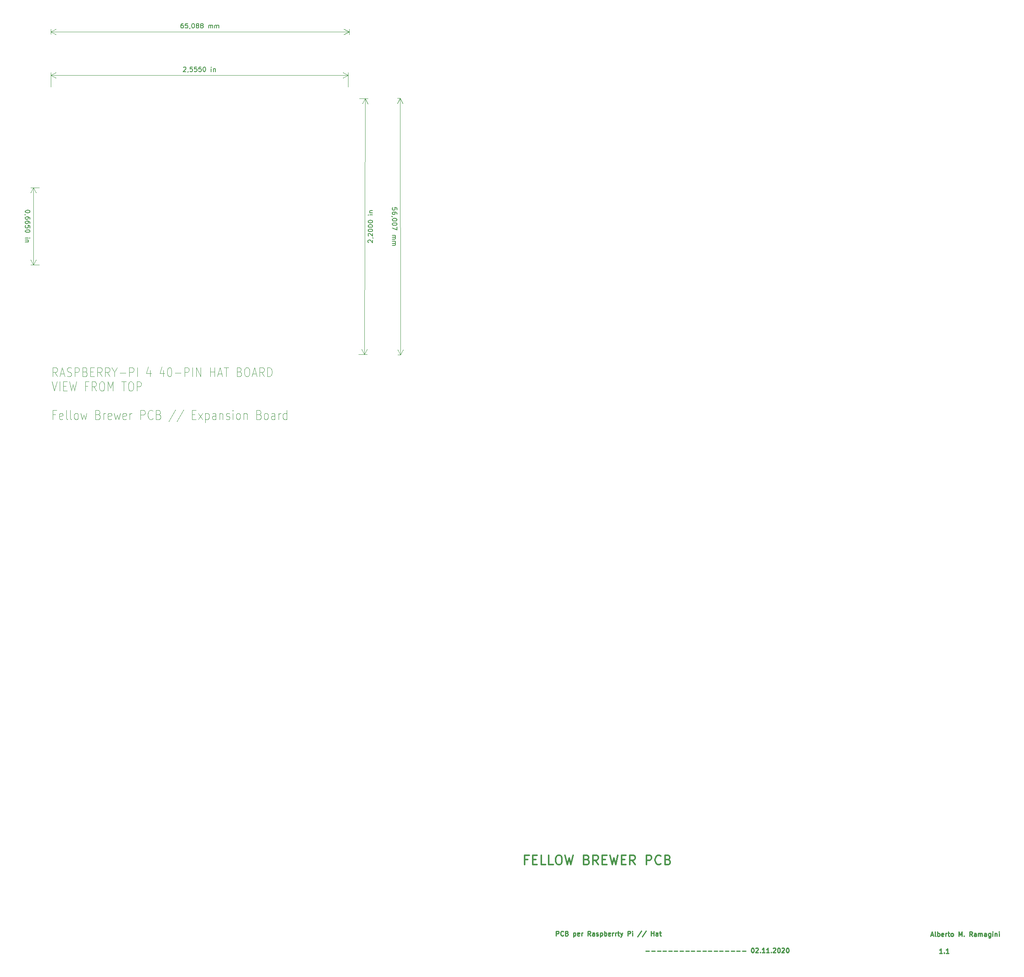
<source format=gbr>
G04 #@! TF.GenerationSoftware,KiCad,Pcbnew,(5.1.7)-1*
G04 #@! TF.CreationDate,2020-11-02T15:49:25+01:00*
G04 #@! TF.ProjectId,raspberrypi-gpio-40pin,72617370-6265-4727-9279-70692d677069,rev?*
G04 #@! TF.SameCoordinates,Original*
G04 #@! TF.FileFunction,OtherDrawing,Comment*
%FSLAX46Y46*%
G04 Gerber Fmt 4.6, Leading zero omitted, Abs format (unit mm)*
G04 Created by KiCad (PCBNEW (5.1.7)-1) date 2020-11-02 15:49:25*
%MOMM*%
%LPD*%
G01*
G04 APERTURE LIST*
%ADD10C,0.150000*%
%ADD11C,0.120000*%
%ADD12C,0.250000*%
%ADD13C,0.300000*%
G04 APERTURE END LIST*
D10*
X275532914Y-118442599D02*
X275531834Y-117966410D01*
X275055537Y-117919871D01*
X275103264Y-117967382D01*
X275151098Y-118062512D01*
X275151638Y-118300606D01*
X275104235Y-118395952D01*
X275056724Y-118443679D01*
X274961595Y-118491514D01*
X274723500Y-118492054D01*
X274628154Y-118444651D01*
X274580427Y-118397140D01*
X274532592Y-118302010D01*
X274532052Y-118063916D01*
X274579455Y-117968570D01*
X274626966Y-117920843D01*
X275534965Y-119347359D02*
X275534533Y-119156883D01*
X275486699Y-119061753D01*
X275438972Y-119014242D01*
X275295899Y-118919329D01*
X275105315Y-118872142D01*
X274724364Y-118873005D01*
X274629234Y-118920840D01*
X274581723Y-118968567D01*
X274534320Y-119063913D01*
X274534752Y-119254389D01*
X274582587Y-119349519D01*
X274630314Y-119397030D01*
X274725660Y-119444433D01*
X274963754Y-119443893D01*
X275058884Y-119396058D01*
X275106395Y-119348331D01*
X275153798Y-119252985D01*
X275153366Y-119062509D01*
X275105531Y-118967379D01*
X275057804Y-118919868D01*
X274962458Y-118872466D01*
X274583883Y-119920946D02*
X274536264Y-119921054D01*
X274440918Y-119873651D01*
X274393191Y-119826140D01*
X275537665Y-120537832D02*
X275537881Y-120633070D01*
X275490478Y-120728416D01*
X275442967Y-120776143D01*
X275347837Y-120823978D01*
X275157469Y-120872028D01*
X274919375Y-120872568D01*
X274728791Y-120825381D01*
X274633445Y-120777978D01*
X274585718Y-120730467D01*
X274537883Y-120635338D01*
X274537667Y-120540100D01*
X274585070Y-120444754D01*
X274632581Y-120397027D01*
X274727711Y-120349192D01*
X274918079Y-120301141D01*
X275156173Y-120300601D01*
X275346757Y-120347788D01*
X275442103Y-120395191D01*
X275489830Y-120442702D01*
X275537665Y-120537832D01*
X275539824Y-121490211D02*
X275540040Y-121585448D01*
X275492637Y-121680794D01*
X275445126Y-121728521D01*
X275349997Y-121776356D01*
X275159629Y-121824407D01*
X274921534Y-121824947D01*
X274730951Y-121777760D01*
X274635605Y-121730357D01*
X274587878Y-121682846D01*
X274540043Y-121587716D01*
X274539827Y-121492478D01*
X274587230Y-121397132D01*
X274634741Y-121349405D01*
X274729871Y-121301571D01*
X274920238Y-121253520D01*
X275158333Y-121252980D01*
X275348917Y-121300167D01*
X275444263Y-121347570D01*
X275491990Y-121395081D01*
X275539824Y-121490211D01*
X275541336Y-122156876D02*
X275542848Y-122823541D01*
X274541879Y-122397238D01*
X274545442Y-123968662D02*
X275212107Y-123967151D01*
X275116869Y-123967367D02*
X275164596Y-124014878D01*
X275212431Y-124110007D01*
X275212755Y-124252864D01*
X275165352Y-124348210D01*
X275070222Y-124396045D01*
X274546414Y-124397233D01*
X275070222Y-124396045D02*
X275165568Y-124443448D01*
X275213403Y-124538578D01*
X275213727Y-124681434D01*
X275166324Y-124776780D01*
X275071194Y-124824615D01*
X274547386Y-124825803D01*
X274548465Y-125301992D02*
X275215130Y-125300481D01*
X275119892Y-125300696D02*
X275167619Y-125348207D01*
X275215454Y-125443337D01*
X275215778Y-125586194D01*
X275168375Y-125681540D01*
X275073245Y-125729375D01*
X274549437Y-125730563D01*
X275073245Y-125729375D02*
X275168591Y-125776778D01*
X275216426Y-125871908D01*
X275216750Y-126014764D01*
X275169347Y-126110110D01*
X275074217Y-126157945D01*
X274550409Y-126159133D01*
D11*
X276200000Y-94056500D02*
X276327000Y-150063500D01*
X276200000Y-94056500D02*
X275613581Y-94057830D01*
X276327000Y-150063500D02*
X275740581Y-150064830D01*
X276327000Y-150063500D02*
X275738026Y-148938329D01*
X276327000Y-150063500D02*
X276910865Y-148935669D01*
X276200000Y-94056500D02*
X275616135Y-95184331D01*
X276200000Y-94056500D02*
X276788974Y-95181671D01*
D10*
X228879415Y-77725617D02*
X228688939Y-77725432D01*
X228593654Y-77772958D01*
X228545989Y-77820530D01*
X228450611Y-77963294D01*
X228402806Y-78153724D01*
X228402435Y-78534676D01*
X228449961Y-78629961D01*
X228497533Y-78677626D01*
X228592725Y-78725338D01*
X228783201Y-78725524D01*
X228878486Y-78677998D01*
X228926151Y-78630425D01*
X228973863Y-78535234D01*
X228974095Y-78297139D01*
X228926569Y-78201854D01*
X228878997Y-78154189D01*
X228783805Y-78106477D01*
X228593329Y-78106291D01*
X228498045Y-78153817D01*
X228450379Y-78201390D01*
X228402667Y-78296581D01*
X229879414Y-77726593D02*
X229403224Y-77726129D01*
X229355141Y-78202272D01*
X229402806Y-78154700D01*
X229498091Y-78107174D01*
X229736186Y-78107406D01*
X229831377Y-78155118D01*
X229878950Y-78202783D01*
X229926476Y-78298068D01*
X229926244Y-78536163D01*
X229878532Y-78631355D01*
X229830866Y-78678927D01*
X229735582Y-78726453D01*
X229497487Y-78726221D01*
X229402295Y-78678509D01*
X229354722Y-78630844D01*
X230402294Y-78679485D02*
X230402248Y-78727104D01*
X230354536Y-78822295D01*
X230306871Y-78869868D01*
X231022271Y-77727708D02*
X231117509Y-77727801D01*
X231212701Y-77775513D01*
X231260273Y-77823178D01*
X231307799Y-77918463D01*
X231355232Y-78108985D01*
X231355000Y-78347081D01*
X231307195Y-78537510D01*
X231259483Y-78632702D01*
X231211818Y-78680274D01*
X231116533Y-78727801D01*
X231021295Y-78727708D01*
X230926104Y-78679996D01*
X230878531Y-78632330D01*
X230831005Y-78537046D01*
X230783572Y-78346523D01*
X230783804Y-78108428D01*
X230831609Y-77917998D01*
X230879321Y-77822807D01*
X230926986Y-77775234D01*
X231022271Y-77727708D01*
X231926614Y-78157162D02*
X231831423Y-78109450D01*
X231783850Y-78061785D01*
X231736324Y-77966500D01*
X231736371Y-77918881D01*
X231784082Y-77823689D01*
X231831748Y-77776117D01*
X231927032Y-77728591D01*
X232117509Y-77728777D01*
X232212700Y-77776489D01*
X232260273Y-77824154D01*
X232307799Y-77919439D01*
X232307752Y-77967058D01*
X232260040Y-78062249D01*
X232212375Y-78109822D01*
X232117090Y-78157348D01*
X231926614Y-78157162D01*
X231831330Y-78204688D01*
X231783664Y-78252261D01*
X231735952Y-78347452D01*
X231735767Y-78537928D01*
X231783293Y-78633213D01*
X231830865Y-78680878D01*
X231926057Y-78728590D01*
X232116533Y-78728776D01*
X232211817Y-78681250D01*
X232259483Y-78633677D01*
X232307195Y-78538486D01*
X232307381Y-78348010D01*
X232259855Y-78252725D01*
X232212282Y-78205060D01*
X232117090Y-78157348D01*
X232878995Y-78158091D02*
X232783803Y-78110379D01*
X232736231Y-78062714D01*
X232688705Y-77967429D01*
X232688751Y-77919810D01*
X232736463Y-77824619D01*
X232784128Y-77777046D01*
X232879413Y-77729520D01*
X233069889Y-77729706D01*
X233165081Y-77777418D01*
X233212653Y-77825083D01*
X233260179Y-77920368D01*
X233260133Y-77967987D01*
X233212421Y-78063178D01*
X233164755Y-78110751D01*
X233069471Y-78158277D01*
X232878995Y-78158091D01*
X232783710Y-78205617D01*
X232736045Y-78253190D01*
X232688333Y-78348381D01*
X232688147Y-78538858D01*
X232735673Y-78634142D01*
X232783246Y-78681808D01*
X232878437Y-78729519D01*
X233068913Y-78729705D01*
X233164198Y-78682179D01*
X233211863Y-78634607D01*
X233259575Y-78539415D01*
X233259761Y-78348939D01*
X233212235Y-78253654D01*
X233164663Y-78205989D01*
X233069471Y-78158277D01*
X234449865Y-78731053D02*
X234450516Y-78064386D01*
X234450423Y-78159624D02*
X234498088Y-78112052D01*
X234593373Y-78064526D01*
X234736230Y-78064665D01*
X234831421Y-78112377D01*
X234878947Y-78207661D01*
X234878436Y-78731471D01*
X234878947Y-78207661D02*
X234926659Y-78112470D01*
X235021944Y-78064944D01*
X235164801Y-78065083D01*
X235259993Y-78112795D01*
X235307519Y-78208080D01*
X235307008Y-78731889D01*
X235783198Y-78732353D02*
X235783848Y-78065687D01*
X235783755Y-78160925D02*
X235831421Y-78113352D01*
X235926705Y-78065826D01*
X236069562Y-78065966D01*
X236164754Y-78113678D01*
X236212280Y-78208962D01*
X236211769Y-78732771D01*
X236212280Y-78208962D02*
X236259992Y-78113771D01*
X236355277Y-78066244D01*
X236498134Y-78066384D01*
X236593325Y-78114096D01*
X236640851Y-78209380D01*
X236640340Y-78733190D01*
D11*
X200000557Y-79515063D02*
X265088057Y-79578563D01*
X200000000Y-80086500D02*
X200001130Y-78928643D01*
X265087500Y-80150000D02*
X265088630Y-78992143D01*
X265088057Y-79578563D02*
X263960982Y-80163884D01*
X265088057Y-79578563D02*
X263962126Y-78991044D01*
X200000557Y-79515063D02*
X201126488Y-80102582D01*
X200000557Y-79515063D02*
X201127632Y-78929742D01*
D12*
X329843571Y-280246428D02*
X330605476Y-280246428D01*
X331081666Y-280246428D02*
X331843571Y-280246428D01*
X332319761Y-280246428D02*
X333081666Y-280246428D01*
X333557857Y-280246428D02*
X334319761Y-280246428D01*
X334795952Y-280246428D02*
X335557857Y-280246428D01*
X336034047Y-280246428D02*
X336795952Y-280246428D01*
X337272142Y-280246428D02*
X338034047Y-280246428D01*
X338510238Y-280246428D02*
X339272142Y-280246428D01*
X339748333Y-280246428D02*
X340510238Y-280246428D01*
X340986428Y-280246428D02*
X341748333Y-280246428D01*
X342224523Y-280246428D02*
X342986428Y-280246428D01*
X343462619Y-280246428D02*
X344224523Y-280246428D01*
X344700714Y-280246428D02*
X345462619Y-280246428D01*
X345938809Y-280246428D02*
X346700714Y-280246428D01*
X347176904Y-280246428D02*
X347938809Y-280246428D01*
X348415000Y-280246428D02*
X349176904Y-280246428D01*
X349653095Y-280246428D02*
X350415000Y-280246428D01*
X350891190Y-280246428D02*
X351653095Y-280246428D01*
X353081666Y-279627380D02*
X353176904Y-279627380D01*
X353272142Y-279675000D01*
X353319761Y-279722619D01*
X353367380Y-279817857D01*
X353415000Y-280008333D01*
X353415000Y-280246428D01*
X353367380Y-280436904D01*
X353319761Y-280532142D01*
X353272142Y-280579761D01*
X353176904Y-280627380D01*
X353081666Y-280627380D01*
X352986428Y-280579761D01*
X352938809Y-280532142D01*
X352891190Y-280436904D01*
X352843571Y-280246428D01*
X352843571Y-280008333D01*
X352891190Y-279817857D01*
X352938809Y-279722619D01*
X352986428Y-279675000D01*
X353081666Y-279627380D01*
X353795952Y-279722619D02*
X353843571Y-279675000D01*
X353938809Y-279627380D01*
X354176904Y-279627380D01*
X354272142Y-279675000D01*
X354319761Y-279722619D01*
X354367380Y-279817857D01*
X354367380Y-279913095D01*
X354319761Y-280055952D01*
X353748333Y-280627380D01*
X354367380Y-280627380D01*
X354795952Y-280532142D02*
X354843571Y-280579761D01*
X354795952Y-280627380D01*
X354748333Y-280579761D01*
X354795952Y-280532142D01*
X354795952Y-280627380D01*
X355795952Y-280627380D02*
X355224523Y-280627380D01*
X355510238Y-280627380D02*
X355510238Y-279627380D01*
X355415000Y-279770238D01*
X355319761Y-279865476D01*
X355224523Y-279913095D01*
X356748333Y-280627380D02*
X356176904Y-280627380D01*
X356462619Y-280627380D02*
X356462619Y-279627380D01*
X356367380Y-279770238D01*
X356272142Y-279865476D01*
X356176904Y-279913095D01*
X357176904Y-280532142D02*
X357224523Y-280579761D01*
X357176904Y-280627380D01*
X357129285Y-280579761D01*
X357176904Y-280532142D01*
X357176904Y-280627380D01*
X357605476Y-279722619D02*
X357653095Y-279675000D01*
X357748333Y-279627380D01*
X357986428Y-279627380D01*
X358081666Y-279675000D01*
X358129285Y-279722619D01*
X358176904Y-279817857D01*
X358176904Y-279913095D01*
X358129285Y-280055952D01*
X357557857Y-280627380D01*
X358176904Y-280627380D01*
X358795952Y-279627380D02*
X358891190Y-279627380D01*
X358986428Y-279675000D01*
X359034047Y-279722619D01*
X359081666Y-279817857D01*
X359129285Y-280008333D01*
X359129285Y-280246428D01*
X359081666Y-280436904D01*
X359034047Y-280532142D01*
X358986428Y-280579761D01*
X358891190Y-280627380D01*
X358795952Y-280627380D01*
X358700714Y-280579761D01*
X358653095Y-280532142D01*
X358605476Y-280436904D01*
X358557857Y-280246428D01*
X358557857Y-280008333D01*
X358605476Y-279817857D01*
X358653095Y-279722619D01*
X358700714Y-279675000D01*
X358795952Y-279627380D01*
X359510238Y-279722619D02*
X359557857Y-279675000D01*
X359653095Y-279627380D01*
X359891190Y-279627380D01*
X359986428Y-279675000D01*
X360034047Y-279722619D01*
X360081666Y-279817857D01*
X360081666Y-279913095D01*
X360034047Y-280055952D01*
X359462619Y-280627380D01*
X360081666Y-280627380D01*
X360700714Y-279627380D02*
X360795952Y-279627380D01*
X360891190Y-279675000D01*
X360938809Y-279722619D01*
X360986428Y-279817857D01*
X361034047Y-280008333D01*
X361034047Y-280246428D01*
X360986428Y-280436904D01*
X360938809Y-280532142D01*
X360891190Y-280579761D01*
X360795952Y-280627380D01*
X360700714Y-280627380D01*
X360605476Y-280579761D01*
X360557857Y-280532142D01*
X360510238Y-280436904D01*
X360462619Y-280246428D01*
X360462619Y-280008333D01*
X360510238Y-279817857D01*
X360557857Y-279722619D01*
X360605476Y-279675000D01*
X360700714Y-279627380D01*
X394516428Y-280754380D02*
X393945000Y-280754380D01*
X394230714Y-280754380D02*
X394230714Y-279754380D01*
X394135476Y-279897238D01*
X394040238Y-279992476D01*
X393945000Y-280040095D01*
X394945000Y-280659142D02*
X394992619Y-280706761D01*
X394945000Y-280754380D01*
X394897380Y-280706761D01*
X394945000Y-280659142D01*
X394945000Y-280754380D01*
X395945000Y-280754380D02*
X395373571Y-280754380D01*
X395659285Y-280754380D02*
X395659285Y-279754380D01*
X395564047Y-279897238D01*
X395468809Y-279992476D01*
X395373571Y-280040095D01*
X392064619Y-276785666D02*
X392540809Y-276785666D01*
X391969380Y-277071380D02*
X392302714Y-276071380D01*
X392636047Y-277071380D01*
X393112238Y-277071380D02*
X393017000Y-277023761D01*
X392969380Y-276928523D01*
X392969380Y-276071380D01*
X393493190Y-277071380D02*
X393493190Y-276071380D01*
X393493190Y-276452333D02*
X393588428Y-276404714D01*
X393778904Y-276404714D01*
X393874142Y-276452333D01*
X393921761Y-276499952D01*
X393969380Y-276595190D01*
X393969380Y-276880904D01*
X393921761Y-276976142D01*
X393874142Y-277023761D01*
X393778904Y-277071380D01*
X393588428Y-277071380D01*
X393493190Y-277023761D01*
X394778904Y-277023761D02*
X394683666Y-277071380D01*
X394493190Y-277071380D01*
X394397952Y-277023761D01*
X394350333Y-276928523D01*
X394350333Y-276547571D01*
X394397952Y-276452333D01*
X394493190Y-276404714D01*
X394683666Y-276404714D01*
X394778904Y-276452333D01*
X394826523Y-276547571D01*
X394826523Y-276642809D01*
X394350333Y-276738047D01*
X395255095Y-277071380D02*
X395255095Y-276404714D01*
X395255095Y-276595190D02*
X395302714Y-276499952D01*
X395350333Y-276452333D01*
X395445571Y-276404714D01*
X395540809Y-276404714D01*
X395731285Y-276404714D02*
X396112238Y-276404714D01*
X395874142Y-276071380D02*
X395874142Y-276928523D01*
X395921761Y-277023761D01*
X396017000Y-277071380D01*
X396112238Y-277071380D01*
X396588428Y-277071380D02*
X396493190Y-277023761D01*
X396445571Y-276976142D01*
X396397952Y-276880904D01*
X396397952Y-276595190D01*
X396445571Y-276499952D01*
X396493190Y-276452333D01*
X396588428Y-276404714D01*
X396731285Y-276404714D01*
X396826523Y-276452333D01*
X396874142Y-276499952D01*
X396921761Y-276595190D01*
X396921761Y-276880904D01*
X396874142Y-276976142D01*
X396826523Y-277023761D01*
X396731285Y-277071380D01*
X396588428Y-277071380D01*
X398112238Y-277071380D02*
X398112238Y-276071380D01*
X398445571Y-276785666D01*
X398778904Y-276071380D01*
X398778904Y-277071380D01*
X399255095Y-276976142D02*
X399302714Y-277023761D01*
X399255095Y-277071380D01*
X399207476Y-277023761D01*
X399255095Y-276976142D01*
X399255095Y-277071380D01*
X401064619Y-277071380D02*
X400731285Y-276595190D01*
X400493190Y-277071380D02*
X400493190Y-276071380D01*
X400874142Y-276071380D01*
X400969380Y-276119000D01*
X401017000Y-276166619D01*
X401064619Y-276261857D01*
X401064619Y-276404714D01*
X401017000Y-276499952D01*
X400969380Y-276547571D01*
X400874142Y-276595190D01*
X400493190Y-276595190D01*
X401921761Y-277071380D02*
X401921761Y-276547571D01*
X401874142Y-276452333D01*
X401778904Y-276404714D01*
X401588428Y-276404714D01*
X401493190Y-276452333D01*
X401921761Y-277023761D02*
X401826523Y-277071380D01*
X401588428Y-277071380D01*
X401493190Y-277023761D01*
X401445571Y-276928523D01*
X401445571Y-276833285D01*
X401493190Y-276738047D01*
X401588428Y-276690428D01*
X401826523Y-276690428D01*
X401921761Y-276642809D01*
X402397952Y-277071380D02*
X402397952Y-276404714D01*
X402397952Y-276499952D02*
X402445571Y-276452333D01*
X402540809Y-276404714D01*
X402683666Y-276404714D01*
X402778904Y-276452333D01*
X402826523Y-276547571D01*
X402826523Y-277071380D01*
X402826523Y-276547571D02*
X402874142Y-276452333D01*
X402969380Y-276404714D01*
X403112238Y-276404714D01*
X403207476Y-276452333D01*
X403255095Y-276547571D01*
X403255095Y-277071380D01*
X404159857Y-277071380D02*
X404159857Y-276547571D01*
X404112238Y-276452333D01*
X404017000Y-276404714D01*
X403826523Y-276404714D01*
X403731285Y-276452333D01*
X404159857Y-277023761D02*
X404064619Y-277071380D01*
X403826523Y-277071380D01*
X403731285Y-277023761D01*
X403683666Y-276928523D01*
X403683666Y-276833285D01*
X403731285Y-276738047D01*
X403826523Y-276690428D01*
X404064619Y-276690428D01*
X404159857Y-276642809D01*
X405064619Y-276404714D02*
X405064619Y-277214238D01*
X405017000Y-277309476D01*
X404969380Y-277357095D01*
X404874142Y-277404714D01*
X404731285Y-277404714D01*
X404636047Y-277357095D01*
X405064619Y-277023761D02*
X404969380Y-277071380D01*
X404778904Y-277071380D01*
X404683666Y-277023761D01*
X404636047Y-276976142D01*
X404588428Y-276880904D01*
X404588428Y-276595190D01*
X404636047Y-276499952D01*
X404683666Y-276452333D01*
X404778904Y-276404714D01*
X404969380Y-276404714D01*
X405064619Y-276452333D01*
X405540809Y-277071380D02*
X405540809Y-276404714D01*
X405540809Y-276071380D02*
X405493190Y-276119000D01*
X405540809Y-276166619D01*
X405588428Y-276119000D01*
X405540809Y-276071380D01*
X405540809Y-276166619D01*
X406017000Y-276404714D02*
X406017000Y-277071380D01*
X406017000Y-276499952D02*
X406064619Y-276452333D01*
X406159857Y-276404714D01*
X406302714Y-276404714D01*
X406397952Y-276452333D01*
X406445571Y-276547571D01*
X406445571Y-277071380D01*
X406921761Y-277071380D02*
X406921761Y-276404714D01*
X406921761Y-276071380D02*
X406874142Y-276119000D01*
X406921761Y-276166619D01*
X406969380Y-276119000D01*
X406921761Y-276071380D01*
X406921761Y-276166619D01*
X310285095Y-276944380D02*
X310285095Y-275944380D01*
X310666047Y-275944380D01*
X310761285Y-275992000D01*
X310808904Y-276039619D01*
X310856523Y-276134857D01*
X310856523Y-276277714D01*
X310808904Y-276372952D01*
X310761285Y-276420571D01*
X310666047Y-276468190D01*
X310285095Y-276468190D01*
X311856523Y-276849142D02*
X311808904Y-276896761D01*
X311666047Y-276944380D01*
X311570809Y-276944380D01*
X311427952Y-276896761D01*
X311332714Y-276801523D01*
X311285095Y-276706285D01*
X311237476Y-276515809D01*
X311237476Y-276372952D01*
X311285095Y-276182476D01*
X311332714Y-276087238D01*
X311427952Y-275992000D01*
X311570809Y-275944380D01*
X311666047Y-275944380D01*
X311808904Y-275992000D01*
X311856523Y-276039619D01*
X312618428Y-276420571D02*
X312761285Y-276468190D01*
X312808904Y-276515809D01*
X312856523Y-276611047D01*
X312856523Y-276753904D01*
X312808904Y-276849142D01*
X312761285Y-276896761D01*
X312666047Y-276944380D01*
X312285095Y-276944380D01*
X312285095Y-275944380D01*
X312618428Y-275944380D01*
X312713666Y-275992000D01*
X312761285Y-276039619D01*
X312808904Y-276134857D01*
X312808904Y-276230095D01*
X312761285Y-276325333D01*
X312713666Y-276372952D01*
X312618428Y-276420571D01*
X312285095Y-276420571D01*
X314047000Y-276277714D02*
X314047000Y-277277714D01*
X314047000Y-276325333D02*
X314142238Y-276277714D01*
X314332714Y-276277714D01*
X314427952Y-276325333D01*
X314475571Y-276372952D01*
X314523190Y-276468190D01*
X314523190Y-276753904D01*
X314475571Y-276849142D01*
X314427952Y-276896761D01*
X314332714Y-276944380D01*
X314142238Y-276944380D01*
X314047000Y-276896761D01*
X315332714Y-276896761D02*
X315237476Y-276944380D01*
X315047000Y-276944380D01*
X314951761Y-276896761D01*
X314904142Y-276801523D01*
X314904142Y-276420571D01*
X314951761Y-276325333D01*
X315047000Y-276277714D01*
X315237476Y-276277714D01*
X315332714Y-276325333D01*
X315380333Y-276420571D01*
X315380333Y-276515809D01*
X314904142Y-276611047D01*
X315808904Y-276944380D02*
X315808904Y-276277714D01*
X315808904Y-276468190D02*
X315856523Y-276372952D01*
X315904142Y-276325333D01*
X315999380Y-276277714D01*
X316094619Y-276277714D01*
X317761285Y-276944380D02*
X317427952Y-276468190D01*
X317189857Y-276944380D02*
X317189857Y-275944380D01*
X317570809Y-275944380D01*
X317666047Y-275992000D01*
X317713666Y-276039619D01*
X317761285Y-276134857D01*
X317761285Y-276277714D01*
X317713666Y-276372952D01*
X317666047Y-276420571D01*
X317570809Y-276468190D01*
X317189857Y-276468190D01*
X318618428Y-276944380D02*
X318618428Y-276420571D01*
X318570809Y-276325333D01*
X318475571Y-276277714D01*
X318285095Y-276277714D01*
X318189857Y-276325333D01*
X318618428Y-276896761D02*
X318523190Y-276944380D01*
X318285095Y-276944380D01*
X318189857Y-276896761D01*
X318142238Y-276801523D01*
X318142238Y-276706285D01*
X318189857Y-276611047D01*
X318285095Y-276563428D01*
X318523190Y-276563428D01*
X318618428Y-276515809D01*
X319047000Y-276896761D02*
X319142238Y-276944380D01*
X319332714Y-276944380D01*
X319427952Y-276896761D01*
X319475571Y-276801523D01*
X319475571Y-276753904D01*
X319427952Y-276658666D01*
X319332714Y-276611047D01*
X319189857Y-276611047D01*
X319094619Y-276563428D01*
X319047000Y-276468190D01*
X319047000Y-276420571D01*
X319094619Y-276325333D01*
X319189857Y-276277714D01*
X319332714Y-276277714D01*
X319427952Y-276325333D01*
X319904142Y-276277714D02*
X319904142Y-277277714D01*
X319904142Y-276325333D02*
X319999380Y-276277714D01*
X320189857Y-276277714D01*
X320285095Y-276325333D01*
X320332714Y-276372952D01*
X320380333Y-276468190D01*
X320380333Y-276753904D01*
X320332714Y-276849142D01*
X320285095Y-276896761D01*
X320189857Y-276944380D01*
X319999380Y-276944380D01*
X319904142Y-276896761D01*
X320808904Y-276944380D02*
X320808904Y-275944380D01*
X320808904Y-276325333D02*
X320904142Y-276277714D01*
X321094619Y-276277714D01*
X321189857Y-276325333D01*
X321237476Y-276372952D01*
X321285095Y-276468190D01*
X321285095Y-276753904D01*
X321237476Y-276849142D01*
X321189857Y-276896761D01*
X321094619Y-276944380D01*
X320904142Y-276944380D01*
X320808904Y-276896761D01*
X322094619Y-276896761D02*
X321999380Y-276944380D01*
X321808904Y-276944380D01*
X321713666Y-276896761D01*
X321666047Y-276801523D01*
X321666047Y-276420571D01*
X321713666Y-276325333D01*
X321808904Y-276277714D01*
X321999380Y-276277714D01*
X322094619Y-276325333D01*
X322142238Y-276420571D01*
X322142238Y-276515809D01*
X321666047Y-276611047D01*
X322570809Y-276944380D02*
X322570809Y-276277714D01*
X322570809Y-276468190D02*
X322618428Y-276372952D01*
X322666047Y-276325333D01*
X322761285Y-276277714D01*
X322856523Y-276277714D01*
X323189857Y-276944380D02*
X323189857Y-276277714D01*
X323189857Y-276468190D02*
X323237476Y-276372952D01*
X323285095Y-276325333D01*
X323380333Y-276277714D01*
X323475571Y-276277714D01*
X323666047Y-276277714D02*
X324047000Y-276277714D01*
X323808904Y-275944380D02*
X323808904Y-276801523D01*
X323856523Y-276896761D01*
X323951761Y-276944380D01*
X324047000Y-276944380D01*
X324285095Y-276277714D02*
X324523190Y-276944380D01*
X324761285Y-276277714D02*
X324523190Y-276944380D01*
X324427952Y-277182476D01*
X324380333Y-277230095D01*
X324285095Y-277277714D01*
X325904142Y-276944380D02*
X325904142Y-275944380D01*
X326285095Y-275944380D01*
X326380333Y-275992000D01*
X326427952Y-276039619D01*
X326475571Y-276134857D01*
X326475571Y-276277714D01*
X326427952Y-276372952D01*
X326380333Y-276420571D01*
X326285095Y-276468190D01*
X325904142Y-276468190D01*
X326904142Y-276944380D02*
X326904142Y-276277714D01*
X326904142Y-275944380D02*
X326856523Y-275992000D01*
X326904142Y-276039619D01*
X326951761Y-275992000D01*
X326904142Y-275944380D01*
X326904142Y-276039619D01*
X328856523Y-275896761D02*
X327999380Y-277182476D01*
X329904142Y-275896761D02*
X329047000Y-277182476D01*
X330999380Y-276944380D02*
X330999380Y-275944380D01*
X330999380Y-276420571D02*
X331570809Y-276420571D01*
X331570809Y-276944380D02*
X331570809Y-275944380D01*
X332475571Y-276944380D02*
X332475571Y-276420571D01*
X332427952Y-276325333D01*
X332332714Y-276277714D01*
X332142238Y-276277714D01*
X332047000Y-276325333D01*
X332475571Y-276896761D02*
X332380333Y-276944380D01*
X332142238Y-276944380D01*
X332047000Y-276896761D01*
X331999380Y-276801523D01*
X331999380Y-276706285D01*
X332047000Y-276611047D01*
X332142238Y-276563428D01*
X332380333Y-276563428D01*
X332475571Y-276515809D01*
X332808904Y-276277714D02*
X333189857Y-276277714D01*
X332951761Y-275944380D02*
X332951761Y-276801523D01*
X332999380Y-276896761D01*
X333094619Y-276944380D01*
X333189857Y-276944380D01*
D13*
X304109761Y-260344857D02*
X303432428Y-260344857D01*
X303432428Y-261409238D02*
X303432428Y-259377238D01*
X304400047Y-259377238D01*
X305174142Y-260344857D02*
X305851476Y-260344857D01*
X306141761Y-261409238D02*
X305174142Y-261409238D01*
X305174142Y-259377238D01*
X306141761Y-259377238D01*
X307980238Y-261409238D02*
X307012619Y-261409238D01*
X307012619Y-259377238D01*
X309625190Y-261409238D02*
X308657571Y-261409238D01*
X308657571Y-259377238D01*
X310689571Y-259377238D02*
X311076619Y-259377238D01*
X311270142Y-259474000D01*
X311463666Y-259667523D01*
X311560428Y-260054571D01*
X311560428Y-260731904D01*
X311463666Y-261118952D01*
X311270142Y-261312476D01*
X311076619Y-261409238D01*
X310689571Y-261409238D01*
X310496047Y-261312476D01*
X310302523Y-261118952D01*
X310205761Y-260731904D01*
X310205761Y-260054571D01*
X310302523Y-259667523D01*
X310496047Y-259474000D01*
X310689571Y-259377238D01*
X312237761Y-259377238D02*
X312721571Y-261409238D01*
X313108619Y-259957809D01*
X313495666Y-261409238D01*
X313979476Y-259377238D01*
X316979095Y-260344857D02*
X317269380Y-260441619D01*
X317366142Y-260538380D01*
X317462904Y-260731904D01*
X317462904Y-261022190D01*
X317366142Y-261215714D01*
X317269380Y-261312476D01*
X317075857Y-261409238D01*
X316301761Y-261409238D01*
X316301761Y-259377238D01*
X316979095Y-259377238D01*
X317172619Y-259474000D01*
X317269380Y-259570761D01*
X317366142Y-259764285D01*
X317366142Y-259957809D01*
X317269380Y-260151333D01*
X317172619Y-260248095D01*
X316979095Y-260344857D01*
X316301761Y-260344857D01*
X319494904Y-261409238D02*
X318817571Y-260441619D01*
X318333761Y-261409238D02*
X318333761Y-259377238D01*
X319107857Y-259377238D01*
X319301380Y-259474000D01*
X319398142Y-259570761D01*
X319494904Y-259764285D01*
X319494904Y-260054571D01*
X319398142Y-260248095D01*
X319301380Y-260344857D01*
X319107857Y-260441619D01*
X318333761Y-260441619D01*
X320365761Y-260344857D02*
X321043095Y-260344857D01*
X321333380Y-261409238D02*
X320365761Y-261409238D01*
X320365761Y-259377238D01*
X321333380Y-259377238D01*
X322010714Y-259377238D02*
X322494523Y-261409238D01*
X322881571Y-259957809D01*
X323268619Y-261409238D01*
X323752428Y-259377238D01*
X324526523Y-260344857D02*
X325203857Y-260344857D01*
X325494142Y-261409238D02*
X324526523Y-261409238D01*
X324526523Y-259377238D01*
X325494142Y-259377238D01*
X327526142Y-261409238D02*
X326848809Y-260441619D01*
X326365000Y-261409238D02*
X326365000Y-259377238D01*
X327139095Y-259377238D01*
X327332619Y-259474000D01*
X327429380Y-259570761D01*
X327526142Y-259764285D01*
X327526142Y-260054571D01*
X327429380Y-260248095D01*
X327332619Y-260344857D01*
X327139095Y-260441619D01*
X326365000Y-260441619D01*
X329945190Y-261409238D02*
X329945190Y-259377238D01*
X330719285Y-259377238D01*
X330912809Y-259474000D01*
X331009571Y-259570761D01*
X331106333Y-259764285D01*
X331106333Y-260054571D01*
X331009571Y-260248095D01*
X330912809Y-260344857D01*
X330719285Y-260441619D01*
X329945190Y-260441619D01*
X333138333Y-261215714D02*
X333041571Y-261312476D01*
X332751285Y-261409238D01*
X332557761Y-261409238D01*
X332267476Y-261312476D01*
X332073952Y-261118952D01*
X331977190Y-260925428D01*
X331880428Y-260538380D01*
X331880428Y-260248095D01*
X331977190Y-259861047D01*
X332073952Y-259667523D01*
X332267476Y-259474000D01*
X332557761Y-259377238D01*
X332751285Y-259377238D01*
X333041571Y-259474000D01*
X333138333Y-259570761D01*
X334686523Y-260344857D02*
X334976809Y-260441619D01*
X335073571Y-260538380D01*
X335170333Y-260731904D01*
X335170333Y-261022190D01*
X335073571Y-261215714D01*
X334976809Y-261312476D01*
X334783285Y-261409238D01*
X334009190Y-261409238D01*
X334009190Y-259377238D01*
X334686523Y-259377238D01*
X334880047Y-259474000D01*
X334976809Y-259570761D01*
X335073571Y-259764285D01*
X335073571Y-259957809D01*
X334976809Y-260151333D01*
X334880047Y-260248095D01*
X334686523Y-260344857D01*
X334009190Y-260344857D01*
D10*
X195467619Y-118734595D02*
X195467619Y-118829833D01*
X195420000Y-118925071D01*
X195372380Y-118972690D01*
X195277142Y-119020309D01*
X195086666Y-119067928D01*
X194848571Y-119067928D01*
X194658095Y-119020309D01*
X194562857Y-118972690D01*
X194515238Y-118925071D01*
X194467619Y-118829833D01*
X194467619Y-118734595D01*
X194515238Y-118639357D01*
X194562857Y-118591738D01*
X194658095Y-118544119D01*
X194848571Y-118496500D01*
X195086666Y-118496500D01*
X195277142Y-118544119D01*
X195372380Y-118591738D01*
X195420000Y-118639357D01*
X195467619Y-118734595D01*
X194515238Y-119544119D02*
X194467619Y-119544119D01*
X194372380Y-119496500D01*
X194324761Y-119448880D01*
X195467619Y-120401261D02*
X195467619Y-120210785D01*
X195420000Y-120115547D01*
X195372380Y-120067928D01*
X195229523Y-119972690D01*
X195039047Y-119925071D01*
X194658095Y-119925071D01*
X194562857Y-119972690D01*
X194515238Y-120020309D01*
X194467619Y-120115547D01*
X194467619Y-120306023D01*
X194515238Y-120401261D01*
X194562857Y-120448880D01*
X194658095Y-120496500D01*
X194896190Y-120496500D01*
X194991428Y-120448880D01*
X195039047Y-120401261D01*
X195086666Y-120306023D01*
X195086666Y-120115547D01*
X195039047Y-120020309D01*
X194991428Y-119972690D01*
X194896190Y-119925071D01*
X195467619Y-121353642D02*
X195467619Y-121163166D01*
X195420000Y-121067928D01*
X195372380Y-121020309D01*
X195229523Y-120925071D01*
X195039047Y-120877452D01*
X194658095Y-120877452D01*
X194562857Y-120925071D01*
X194515238Y-120972690D01*
X194467619Y-121067928D01*
X194467619Y-121258404D01*
X194515238Y-121353642D01*
X194562857Y-121401261D01*
X194658095Y-121448880D01*
X194896190Y-121448880D01*
X194991428Y-121401261D01*
X195039047Y-121353642D01*
X195086666Y-121258404D01*
X195086666Y-121067928D01*
X195039047Y-120972690D01*
X194991428Y-120925071D01*
X194896190Y-120877452D01*
X195467619Y-122353642D02*
X195467619Y-121877452D01*
X194991428Y-121829833D01*
X195039047Y-121877452D01*
X195086666Y-121972690D01*
X195086666Y-122210785D01*
X195039047Y-122306023D01*
X194991428Y-122353642D01*
X194896190Y-122401261D01*
X194658095Y-122401261D01*
X194562857Y-122353642D01*
X194515238Y-122306023D01*
X194467619Y-122210785D01*
X194467619Y-121972690D01*
X194515238Y-121877452D01*
X194562857Y-121829833D01*
X195467619Y-123020309D02*
X195467619Y-123115547D01*
X195420000Y-123210785D01*
X195372380Y-123258404D01*
X195277142Y-123306023D01*
X195086666Y-123353642D01*
X194848571Y-123353642D01*
X194658095Y-123306023D01*
X194562857Y-123258404D01*
X194515238Y-123210785D01*
X194467619Y-123115547D01*
X194467619Y-123020309D01*
X194515238Y-122925071D01*
X194562857Y-122877452D01*
X194658095Y-122829833D01*
X194848571Y-122782214D01*
X195086666Y-122782214D01*
X195277142Y-122829833D01*
X195372380Y-122877452D01*
X195420000Y-122925071D01*
X195467619Y-123020309D01*
X194467619Y-124544119D02*
X195134285Y-124544119D01*
X195467619Y-124544119D02*
X195420000Y-124496500D01*
X195372380Y-124544119D01*
X195420000Y-124591738D01*
X195467619Y-124544119D01*
X195372380Y-124544119D01*
X195134285Y-125020309D02*
X194467619Y-125020309D01*
X195039047Y-125020309D02*
X195086666Y-125067928D01*
X195134285Y-125163166D01*
X195134285Y-125306023D01*
X195086666Y-125401261D01*
X194991428Y-125448880D01*
X194467619Y-125448880D01*
D11*
X196190000Y-113551000D02*
X196190000Y-130442000D01*
X197460000Y-113551000D02*
X195603579Y-113551000D01*
X197460000Y-130442000D02*
X195603579Y-130442000D01*
X196190000Y-130442000D02*
X195603579Y-129315496D01*
X196190000Y-130442000D02*
X196776421Y-129315496D01*
X196190000Y-113551000D02*
X195603579Y-114677504D01*
X196190000Y-113551000D02*
X196776421Y-114677504D01*
D10*
X228948500Y-87317619D02*
X228996119Y-87270000D01*
X229091357Y-87222380D01*
X229329452Y-87222380D01*
X229424690Y-87270000D01*
X229472309Y-87317619D01*
X229519928Y-87412857D01*
X229519928Y-87508095D01*
X229472309Y-87650952D01*
X228900880Y-88222380D01*
X229519928Y-88222380D01*
X229996119Y-88174761D02*
X229996119Y-88222380D01*
X229948500Y-88317619D01*
X229900880Y-88365238D01*
X230900880Y-87222380D02*
X230424690Y-87222380D01*
X230377071Y-87698571D01*
X230424690Y-87650952D01*
X230519928Y-87603333D01*
X230758023Y-87603333D01*
X230853261Y-87650952D01*
X230900880Y-87698571D01*
X230948500Y-87793809D01*
X230948500Y-88031904D01*
X230900880Y-88127142D01*
X230853261Y-88174761D01*
X230758023Y-88222380D01*
X230519928Y-88222380D01*
X230424690Y-88174761D01*
X230377071Y-88127142D01*
X231853261Y-87222380D02*
X231377071Y-87222380D01*
X231329452Y-87698571D01*
X231377071Y-87650952D01*
X231472309Y-87603333D01*
X231710404Y-87603333D01*
X231805642Y-87650952D01*
X231853261Y-87698571D01*
X231900880Y-87793809D01*
X231900880Y-88031904D01*
X231853261Y-88127142D01*
X231805642Y-88174761D01*
X231710404Y-88222380D01*
X231472309Y-88222380D01*
X231377071Y-88174761D01*
X231329452Y-88127142D01*
X232805642Y-87222380D02*
X232329452Y-87222380D01*
X232281833Y-87698571D01*
X232329452Y-87650952D01*
X232424690Y-87603333D01*
X232662785Y-87603333D01*
X232758023Y-87650952D01*
X232805642Y-87698571D01*
X232853261Y-87793809D01*
X232853261Y-88031904D01*
X232805642Y-88127142D01*
X232758023Y-88174761D01*
X232662785Y-88222380D01*
X232424690Y-88222380D01*
X232329452Y-88174761D01*
X232281833Y-88127142D01*
X233472309Y-87222380D02*
X233567547Y-87222380D01*
X233662785Y-87270000D01*
X233710404Y-87317619D01*
X233758023Y-87412857D01*
X233805642Y-87603333D01*
X233805642Y-87841428D01*
X233758023Y-88031904D01*
X233710404Y-88127142D01*
X233662785Y-88174761D01*
X233567547Y-88222380D01*
X233472309Y-88222380D01*
X233377071Y-88174761D01*
X233329452Y-88127142D01*
X233281833Y-88031904D01*
X233234214Y-87841428D01*
X233234214Y-87603333D01*
X233281833Y-87412857D01*
X233329452Y-87317619D01*
X233377071Y-87270000D01*
X233472309Y-87222380D01*
X234996119Y-88222380D02*
X234996119Y-87555714D01*
X234996119Y-87222380D02*
X234948500Y-87270000D01*
X234996119Y-87317619D01*
X235043738Y-87270000D01*
X234996119Y-87222380D01*
X234996119Y-87317619D01*
X235472309Y-87555714D02*
X235472309Y-88222380D01*
X235472309Y-87650952D02*
X235519928Y-87603333D01*
X235615166Y-87555714D01*
X235758023Y-87555714D01*
X235853261Y-87603333D01*
X235900880Y-87698571D01*
X235900880Y-88222380D01*
D11*
X200000000Y-89040000D02*
X264897000Y-89040000D01*
X200000000Y-91580000D02*
X200000000Y-88453579D01*
X264897000Y-91580000D02*
X264897000Y-88453579D01*
X264897000Y-89040000D02*
X263770496Y-89626421D01*
X264897000Y-89040000D02*
X263770496Y-88453579D01*
X200000000Y-89040000D02*
X201126504Y-89626421D01*
X200000000Y-89040000D02*
X201126504Y-88453579D01*
D10*
X269328464Y-125564740D02*
X269280953Y-125517013D01*
X269233551Y-125421667D01*
X269234092Y-125183572D01*
X269281928Y-125088443D01*
X269329655Y-125040932D01*
X269425001Y-124993530D01*
X269520239Y-124993746D01*
X269662987Y-125041690D01*
X270233116Y-125614416D01*
X270234522Y-124995370D01*
X270187986Y-124519072D02*
X270235605Y-124519180D01*
X270330734Y-124567016D01*
X270378245Y-124614743D01*
X269331711Y-124136173D02*
X269284200Y-124088445D01*
X269236798Y-123993099D01*
X269237339Y-123755005D01*
X269285174Y-123659875D01*
X269332901Y-123612364D01*
X269428247Y-123564962D01*
X269523485Y-123565178D01*
X269666234Y-123613122D01*
X270236362Y-124185848D01*
X270237769Y-123566802D01*
X269239179Y-122945483D02*
X269239395Y-122850245D01*
X269287231Y-122755116D01*
X269334958Y-122707605D01*
X269430304Y-122660202D01*
X269620888Y-122613016D01*
X269858982Y-122613557D01*
X270049350Y-122661609D01*
X270144479Y-122709445D01*
X270191990Y-122757172D01*
X270239393Y-122852518D01*
X270239176Y-122947756D01*
X270191341Y-123042885D01*
X270143614Y-123090396D01*
X270048268Y-123137799D01*
X269857684Y-123184985D01*
X269619589Y-123184443D01*
X269429222Y-123136392D01*
X269334092Y-123088556D01*
X269286581Y-123040829D01*
X269239179Y-122945483D01*
X269241343Y-121993105D02*
X269241560Y-121897867D01*
X269289395Y-121802737D01*
X269337122Y-121755226D01*
X269432468Y-121707824D01*
X269623052Y-121660638D01*
X269861147Y-121661179D01*
X270051514Y-121709231D01*
X270146644Y-121757066D01*
X270194155Y-121804793D01*
X270241557Y-121900139D01*
X270241341Y-121995377D01*
X270193505Y-122090507D01*
X270145778Y-122138018D01*
X270050432Y-122185420D01*
X269859848Y-122232606D01*
X269621753Y-122232065D01*
X269431386Y-122184013D01*
X269336256Y-122136178D01*
X269288746Y-122088451D01*
X269241343Y-121993105D01*
X269243508Y-121040726D02*
X269243724Y-120945488D01*
X269291560Y-120850359D01*
X269339287Y-120802848D01*
X269434633Y-120755445D01*
X269625217Y-120708259D01*
X269863311Y-120708800D01*
X270053679Y-120756852D01*
X270148808Y-120804688D01*
X270196319Y-120852415D01*
X270243722Y-120947761D01*
X270243505Y-121042999D01*
X270195670Y-121138128D01*
X270147943Y-121185639D01*
X270052597Y-121233042D01*
X269862013Y-121280228D01*
X269623918Y-121279686D01*
X269433550Y-121231635D01*
X269338421Y-121183799D01*
X269290910Y-121136072D01*
X269243508Y-121040726D01*
X270246968Y-119519193D02*
X269580303Y-119517678D01*
X269246971Y-119516920D02*
X269294482Y-119564648D01*
X269342209Y-119517137D01*
X269294698Y-119469410D01*
X269246971Y-119516920D01*
X269342209Y-119517137D01*
X269581386Y-119041489D02*
X270248051Y-119043004D01*
X269676623Y-119041705D02*
X269629113Y-118993978D01*
X269581710Y-118898632D01*
X269582035Y-118755775D01*
X269629870Y-118660646D01*
X269725216Y-118613243D01*
X270249025Y-118614434D01*
D11*
X268455302Y-150002892D02*
X268582302Y-94122892D01*
X267183000Y-150000000D02*
X269041721Y-150004224D01*
X267310000Y-94120000D02*
X269168721Y-94124224D01*
X268582302Y-94122892D02*
X269166161Y-95250726D01*
X268582302Y-94122892D02*
X267993323Y-95248060D01*
X268455302Y-150002892D02*
X269044281Y-148877724D01*
X268455302Y-150002892D02*
X267871443Y-148875058D01*
X201454190Y-154824761D02*
X200887523Y-153872380D01*
X200482761Y-154824761D02*
X200482761Y-152824761D01*
X201130380Y-152824761D01*
X201292285Y-152920000D01*
X201373238Y-153015238D01*
X201454190Y-153205714D01*
X201454190Y-153491428D01*
X201373238Y-153681904D01*
X201292285Y-153777142D01*
X201130380Y-153872380D01*
X200482761Y-153872380D01*
X202101809Y-154253333D02*
X202911333Y-154253333D01*
X201939904Y-154824761D02*
X202506571Y-152824761D01*
X203073238Y-154824761D01*
X203558952Y-154729523D02*
X203801809Y-154824761D01*
X204206571Y-154824761D01*
X204368476Y-154729523D01*
X204449428Y-154634285D01*
X204530380Y-154443809D01*
X204530380Y-154253333D01*
X204449428Y-154062857D01*
X204368476Y-153967619D01*
X204206571Y-153872380D01*
X203882761Y-153777142D01*
X203720857Y-153681904D01*
X203639904Y-153586666D01*
X203558952Y-153396190D01*
X203558952Y-153205714D01*
X203639904Y-153015238D01*
X203720857Y-152920000D01*
X203882761Y-152824761D01*
X204287523Y-152824761D01*
X204530380Y-152920000D01*
X205258952Y-154824761D02*
X205258952Y-152824761D01*
X205906571Y-152824761D01*
X206068476Y-152920000D01*
X206149428Y-153015238D01*
X206230380Y-153205714D01*
X206230380Y-153491428D01*
X206149428Y-153681904D01*
X206068476Y-153777142D01*
X205906571Y-153872380D01*
X205258952Y-153872380D01*
X207525619Y-153777142D02*
X207768476Y-153872380D01*
X207849428Y-153967619D01*
X207930380Y-154158095D01*
X207930380Y-154443809D01*
X207849428Y-154634285D01*
X207768476Y-154729523D01*
X207606571Y-154824761D01*
X206958952Y-154824761D01*
X206958952Y-152824761D01*
X207525619Y-152824761D01*
X207687523Y-152920000D01*
X207768476Y-153015238D01*
X207849428Y-153205714D01*
X207849428Y-153396190D01*
X207768476Y-153586666D01*
X207687523Y-153681904D01*
X207525619Y-153777142D01*
X206958952Y-153777142D01*
X208658952Y-153777142D02*
X209225619Y-153777142D01*
X209468476Y-154824761D02*
X208658952Y-154824761D01*
X208658952Y-152824761D01*
X209468476Y-152824761D01*
X211168476Y-154824761D02*
X210601809Y-153872380D01*
X210197047Y-154824761D02*
X210197047Y-152824761D01*
X210844666Y-152824761D01*
X211006571Y-152920000D01*
X211087523Y-153015238D01*
X211168476Y-153205714D01*
X211168476Y-153491428D01*
X211087523Y-153681904D01*
X211006571Y-153777142D01*
X210844666Y-153872380D01*
X210197047Y-153872380D01*
X212868476Y-154824761D02*
X212301809Y-153872380D01*
X211897047Y-154824761D02*
X211897047Y-152824761D01*
X212544666Y-152824761D01*
X212706571Y-152920000D01*
X212787523Y-153015238D01*
X212868476Y-153205714D01*
X212868476Y-153491428D01*
X212787523Y-153681904D01*
X212706571Y-153777142D01*
X212544666Y-153872380D01*
X211897047Y-153872380D01*
X213920857Y-153872380D02*
X213920857Y-154824761D01*
X213354190Y-152824761D02*
X213920857Y-153872380D01*
X214487523Y-152824761D01*
X215054190Y-154062857D02*
X216349428Y-154062857D01*
X217158952Y-154824761D02*
X217158952Y-152824761D01*
X217806571Y-152824761D01*
X217968476Y-152920000D01*
X218049428Y-153015238D01*
X218130380Y-153205714D01*
X218130380Y-153491428D01*
X218049428Y-153681904D01*
X217968476Y-153777142D01*
X217806571Y-153872380D01*
X217158952Y-153872380D01*
X218858952Y-154824761D02*
X218858952Y-152824761D01*
X221692285Y-153491428D02*
X221692285Y-154824761D01*
X221287523Y-152729523D02*
X220882761Y-154158095D01*
X221935142Y-154158095D01*
X224606571Y-153491428D02*
X224606571Y-154824761D01*
X224201809Y-152729523D02*
X223797047Y-154158095D01*
X224849428Y-154158095D01*
X225820857Y-152824761D02*
X225982761Y-152824761D01*
X226144666Y-152920000D01*
X226225619Y-153015238D01*
X226306571Y-153205714D01*
X226387523Y-153586666D01*
X226387523Y-154062857D01*
X226306571Y-154443809D01*
X226225619Y-154634285D01*
X226144666Y-154729523D01*
X225982761Y-154824761D01*
X225820857Y-154824761D01*
X225658952Y-154729523D01*
X225578000Y-154634285D01*
X225497047Y-154443809D01*
X225416095Y-154062857D01*
X225416095Y-153586666D01*
X225497047Y-153205714D01*
X225578000Y-153015238D01*
X225658952Y-152920000D01*
X225820857Y-152824761D01*
X227116095Y-154062857D02*
X228411333Y-154062857D01*
X229220857Y-154824761D02*
X229220857Y-152824761D01*
X229868476Y-152824761D01*
X230030380Y-152920000D01*
X230111333Y-153015238D01*
X230192285Y-153205714D01*
X230192285Y-153491428D01*
X230111333Y-153681904D01*
X230030380Y-153777142D01*
X229868476Y-153872380D01*
X229220857Y-153872380D01*
X230920857Y-154824761D02*
X230920857Y-152824761D01*
X231730380Y-154824761D02*
X231730380Y-152824761D01*
X232701809Y-154824761D01*
X232701809Y-152824761D01*
X234806571Y-154824761D02*
X234806571Y-152824761D01*
X234806571Y-153777142D02*
X235778000Y-153777142D01*
X235778000Y-154824761D02*
X235778000Y-152824761D01*
X236506571Y-154253333D02*
X237316095Y-154253333D01*
X236344666Y-154824761D02*
X236911333Y-152824761D01*
X237478000Y-154824761D01*
X237801809Y-152824761D02*
X238773238Y-152824761D01*
X238287523Y-154824761D02*
X238287523Y-152824761D01*
X241201809Y-153777142D02*
X241444666Y-153872380D01*
X241525619Y-153967619D01*
X241606571Y-154158095D01*
X241606571Y-154443809D01*
X241525619Y-154634285D01*
X241444666Y-154729523D01*
X241282761Y-154824761D01*
X240635142Y-154824761D01*
X240635142Y-152824761D01*
X241201809Y-152824761D01*
X241363714Y-152920000D01*
X241444666Y-153015238D01*
X241525619Y-153205714D01*
X241525619Y-153396190D01*
X241444666Y-153586666D01*
X241363714Y-153681904D01*
X241201809Y-153777142D01*
X240635142Y-153777142D01*
X242658952Y-152824761D02*
X242982761Y-152824761D01*
X243144666Y-152920000D01*
X243306571Y-153110476D01*
X243387523Y-153491428D01*
X243387523Y-154158095D01*
X243306571Y-154539047D01*
X243144666Y-154729523D01*
X242982761Y-154824761D01*
X242658952Y-154824761D01*
X242497047Y-154729523D01*
X242335142Y-154539047D01*
X242254190Y-154158095D01*
X242254190Y-153491428D01*
X242335142Y-153110476D01*
X242497047Y-152920000D01*
X242658952Y-152824761D01*
X244035142Y-154253333D02*
X244844666Y-154253333D01*
X243873238Y-154824761D02*
X244439904Y-152824761D01*
X245006571Y-154824761D01*
X246544666Y-154824761D02*
X245978000Y-153872380D01*
X245573238Y-154824761D02*
X245573238Y-152824761D01*
X246220857Y-152824761D01*
X246382761Y-152920000D01*
X246463714Y-153015238D01*
X246544666Y-153205714D01*
X246544666Y-153491428D01*
X246463714Y-153681904D01*
X246382761Y-153777142D01*
X246220857Y-153872380D01*
X245573238Y-153872380D01*
X247273238Y-154824761D02*
X247273238Y-152824761D01*
X247678000Y-152824761D01*
X247920857Y-152920000D01*
X248082761Y-153110476D01*
X248163714Y-153300952D01*
X248244666Y-153681904D01*
X248244666Y-153967619D01*
X248163714Y-154348571D01*
X248082761Y-154539047D01*
X247920857Y-154729523D01*
X247678000Y-154824761D01*
X247273238Y-154824761D01*
X200239904Y-155944761D02*
X200806571Y-157944761D01*
X201373238Y-155944761D01*
X201939904Y-157944761D02*
X201939904Y-155944761D01*
X202749428Y-156897142D02*
X203316095Y-156897142D01*
X203558952Y-157944761D02*
X202749428Y-157944761D01*
X202749428Y-155944761D01*
X203558952Y-155944761D01*
X204125619Y-155944761D02*
X204530380Y-157944761D01*
X204854190Y-156516190D01*
X205178000Y-157944761D01*
X205582761Y-155944761D01*
X208092285Y-156897142D02*
X207525619Y-156897142D01*
X207525619Y-157944761D02*
X207525619Y-155944761D01*
X208335142Y-155944761D01*
X209954190Y-157944761D02*
X209387523Y-156992380D01*
X208982761Y-157944761D02*
X208982761Y-155944761D01*
X209630380Y-155944761D01*
X209792285Y-156040000D01*
X209873238Y-156135238D01*
X209954190Y-156325714D01*
X209954190Y-156611428D01*
X209873238Y-156801904D01*
X209792285Y-156897142D01*
X209630380Y-156992380D01*
X208982761Y-156992380D01*
X211006571Y-155944761D02*
X211330380Y-155944761D01*
X211492285Y-156040000D01*
X211654190Y-156230476D01*
X211735142Y-156611428D01*
X211735142Y-157278095D01*
X211654190Y-157659047D01*
X211492285Y-157849523D01*
X211330380Y-157944761D01*
X211006571Y-157944761D01*
X210844666Y-157849523D01*
X210682761Y-157659047D01*
X210601809Y-157278095D01*
X210601809Y-156611428D01*
X210682761Y-156230476D01*
X210844666Y-156040000D01*
X211006571Y-155944761D01*
X212463714Y-157944761D02*
X212463714Y-155944761D01*
X213030380Y-157373333D01*
X213597047Y-155944761D01*
X213597047Y-157944761D01*
X215458952Y-155944761D02*
X216430380Y-155944761D01*
X215944666Y-157944761D02*
X215944666Y-155944761D01*
X217320857Y-155944761D02*
X217644666Y-155944761D01*
X217806571Y-156040000D01*
X217968476Y-156230476D01*
X218049428Y-156611428D01*
X218049428Y-157278095D01*
X217968476Y-157659047D01*
X217806571Y-157849523D01*
X217644666Y-157944761D01*
X217320857Y-157944761D01*
X217158952Y-157849523D01*
X216997047Y-157659047D01*
X216916095Y-157278095D01*
X216916095Y-156611428D01*
X216997047Y-156230476D01*
X217158952Y-156040000D01*
X217320857Y-155944761D01*
X218778000Y-157944761D02*
X218778000Y-155944761D01*
X219425619Y-155944761D01*
X219587523Y-156040000D01*
X219668476Y-156135238D01*
X219749428Y-156325714D01*
X219749428Y-156611428D01*
X219668476Y-156801904D01*
X219587523Y-156897142D01*
X219425619Y-156992380D01*
X218778000Y-156992380D01*
X201049428Y-163137142D02*
X200482761Y-163137142D01*
X200482761Y-164184761D02*
X200482761Y-162184761D01*
X201292285Y-162184761D01*
X202587523Y-164089523D02*
X202425619Y-164184761D01*
X202101809Y-164184761D01*
X201939904Y-164089523D01*
X201858952Y-163899047D01*
X201858952Y-163137142D01*
X201939904Y-162946666D01*
X202101809Y-162851428D01*
X202425619Y-162851428D01*
X202587523Y-162946666D01*
X202668476Y-163137142D01*
X202668476Y-163327619D01*
X201858952Y-163518095D01*
X203639904Y-164184761D02*
X203478000Y-164089523D01*
X203397047Y-163899047D01*
X203397047Y-162184761D01*
X204530380Y-164184761D02*
X204368476Y-164089523D01*
X204287523Y-163899047D01*
X204287523Y-162184761D01*
X205420857Y-164184761D02*
X205258952Y-164089523D01*
X205178000Y-163994285D01*
X205097047Y-163803809D01*
X205097047Y-163232380D01*
X205178000Y-163041904D01*
X205258952Y-162946666D01*
X205420857Y-162851428D01*
X205663714Y-162851428D01*
X205825619Y-162946666D01*
X205906571Y-163041904D01*
X205987523Y-163232380D01*
X205987523Y-163803809D01*
X205906571Y-163994285D01*
X205825619Y-164089523D01*
X205663714Y-164184761D01*
X205420857Y-164184761D01*
X206554190Y-162851428D02*
X206878000Y-164184761D01*
X207201809Y-163232380D01*
X207525619Y-164184761D01*
X207849428Y-162851428D01*
X210358952Y-163137142D02*
X210601809Y-163232380D01*
X210682761Y-163327619D01*
X210763714Y-163518095D01*
X210763714Y-163803809D01*
X210682761Y-163994285D01*
X210601809Y-164089523D01*
X210439904Y-164184761D01*
X209792285Y-164184761D01*
X209792285Y-162184761D01*
X210358952Y-162184761D01*
X210520857Y-162280000D01*
X210601809Y-162375238D01*
X210682761Y-162565714D01*
X210682761Y-162756190D01*
X210601809Y-162946666D01*
X210520857Y-163041904D01*
X210358952Y-163137142D01*
X209792285Y-163137142D01*
X211492285Y-164184761D02*
X211492285Y-162851428D01*
X211492285Y-163232380D02*
X211573238Y-163041904D01*
X211654190Y-162946666D01*
X211816095Y-162851428D01*
X211978000Y-162851428D01*
X213192285Y-164089523D02*
X213030380Y-164184761D01*
X212706571Y-164184761D01*
X212544666Y-164089523D01*
X212463714Y-163899047D01*
X212463714Y-163137142D01*
X212544666Y-162946666D01*
X212706571Y-162851428D01*
X213030380Y-162851428D01*
X213192285Y-162946666D01*
X213273238Y-163137142D01*
X213273238Y-163327619D01*
X212463714Y-163518095D01*
X213839904Y-162851428D02*
X214163714Y-164184761D01*
X214487523Y-163232380D01*
X214811333Y-164184761D01*
X215135142Y-162851428D01*
X216430380Y-164089523D02*
X216268476Y-164184761D01*
X215944666Y-164184761D01*
X215782761Y-164089523D01*
X215701809Y-163899047D01*
X215701809Y-163137142D01*
X215782761Y-162946666D01*
X215944666Y-162851428D01*
X216268476Y-162851428D01*
X216430380Y-162946666D01*
X216511333Y-163137142D01*
X216511333Y-163327619D01*
X215701809Y-163518095D01*
X217239904Y-164184761D02*
X217239904Y-162851428D01*
X217239904Y-163232380D02*
X217320857Y-163041904D01*
X217401809Y-162946666D01*
X217563714Y-162851428D01*
X217725619Y-162851428D01*
X219587523Y-164184761D02*
X219587523Y-162184761D01*
X220235142Y-162184761D01*
X220397047Y-162280000D01*
X220478000Y-162375238D01*
X220558952Y-162565714D01*
X220558952Y-162851428D01*
X220478000Y-163041904D01*
X220397047Y-163137142D01*
X220235142Y-163232380D01*
X219587523Y-163232380D01*
X222258952Y-163994285D02*
X222178000Y-164089523D01*
X221935142Y-164184761D01*
X221773238Y-164184761D01*
X221530380Y-164089523D01*
X221368476Y-163899047D01*
X221287523Y-163708571D01*
X221206571Y-163327619D01*
X221206571Y-163041904D01*
X221287523Y-162660952D01*
X221368476Y-162470476D01*
X221530380Y-162280000D01*
X221773238Y-162184761D01*
X221935142Y-162184761D01*
X222178000Y-162280000D01*
X222258952Y-162375238D01*
X223554190Y-163137142D02*
X223797047Y-163232380D01*
X223878000Y-163327619D01*
X223958952Y-163518095D01*
X223958952Y-163803809D01*
X223878000Y-163994285D01*
X223797047Y-164089523D01*
X223635142Y-164184761D01*
X222987523Y-164184761D01*
X222987523Y-162184761D01*
X223554190Y-162184761D01*
X223716095Y-162280000D01*
X223797047Y-162375238D01*
X223878000Y-162565714D01*
X223878000Y-162756190D01*
X223797047Y-162946666D01*
X223716095Y-163041904D01*
X223554190Y-163137142D01*
X222987523Y-163137142D01*
X227197047Y-162089523D02*
X225739904Y-164660952D01*
X228978000Y-162089523D02*
X227520857Y-164660952D01*
X230839904Y-163137142D02*
X231406571Y-163137142D01*
X231649428Y-164184761D02*
X230839904Y-164184761D01*
X230839904Y-162184761D01*
X231649428Y-162184761D01*
X232216095Y-164184761D02*
X233106571Y-162851428D01*
X232216095Y-162851428D02*
X233106571Y-164184761D01*
X233754190Y-162851428D02*
X233754190Y-164851428D01*
X233754190Y-162946666D02*
X233916095Y-162851428D01*
X234239904Y-162851428D01*
X234401809Y-162946666D01*
X234482761Y-163041904D01*
X234563714Y-163232380D01*
X234563714Y-163803809D01*
X234482761Y-163994285D01*
X234401809Y-164089523D01*
X234239904Y-164184761D01*
X233916095Y-164184761D01*
X233754190Y-164089523D01*
X236020857Y-164184761D02*
X236020857Y-163137142D01*
X235939904Y-162946666D01*
X235778000Y-162851428D01*
X235454190Y-162851428D01*
X235292285Y-162946666D01*
X236020857Y-164089523D02*
X235858952Y-164184761D01*
X235454190Y-164184761D01*
X235292285Y-164089523D01*
X235211333Y-163899047D01*
X235211333Y-163708571D01*
X235292285Y-163518095D01*
X235454190Y-163422857D01*
X235858952Y-163422857D01*
X236020857Y-163327619D01*
X236830380Y-162851428D02*
X236830380Y-164184761D01*
X236830380Y-163041904D02*
X236911333Y-162946666D01*
X237073238Y-162851428D01*
X237316095Y-162851428D01*
X237478000Y-162946666D01*
X237558952Y-163137142D01*
X237558952Y-164184761D01*
X238287523Y-164089523D02*
X238449428Y-164184761D01*
X238773238Y-164184761D01*
X238935142Y-164089523D01*
X239016095Y-163899047D01*
X239016095Y-163803809D01*
X238935142Y-163613333D01*
X238773238Y-163518095D01*
X238530380Y-163518095D01*
X238368476Y-163422857D01*
X238287523Y-163232380D01*
X238287523Y-163137142D01*
X238368476Y-162946666D01*
X238530380Y-162851428D01*
X238773238Y-162851428D01*
X238935142Y-162946666D01*
X239744666Y-164184761D02*
X239744666Y-162851428D01*
X239744666Y-162184761D02*
X239663714Y-162280000D01*
X239744666Y-162375238D01*
X239825619Y-162280000D01*
X239744666Y-162184761D01*
X239744666Y-162375238D01*
X240797047Y-164184761D02*
X240635142Y-164089523D01*
X240554190Y-163994285D01*
X240473238Y-163803809D01*
X240473238Y-163232380D01*
X240554190Y-163041904D01*
X240635142Y-162946666D01*
X240797047Y-162851428D01*
X241039904Y-162851428D01*
X241201809Y-162946666D01*
X241282761Y-163041904D01*
X241363714Y-163232380D01*
X241363714Y-163803809D01*
X241282761Y-163994285D01*
X241201809Y-164089523D01*
X241039904Y-164184761D01*
X240797047Y-164184761D01*
X242092285Y-162851428D02*
X242092285Y-164184761D01*
X242092285Y-163041904D02*
X242173238Y-162946666D01*
X242335142Y-162851428D01*
X242578000Y-162851428D01*
X242739904Y-162946666D01*
X242820857Y-163137142D01*
X242820857Y-164184761D01*
X245492285Y-163137142D02*
X245735142Y-163232380D01*
X245816095Y-163327619D01*
X245897047Y-163518095D01*
X245897047Y-163803809D01*
X245816095Y-163994285D01*
X245735142Y-164089523D01*
X245573238Y-164184761D01*
X244925619Y-164184761D01*
X244925619Y-162184761D01*
X245492285Y-162184761D01*
X245654190Y-162280000D01*
X245735142Y-162375238D01*
X245816095Y-162565714D01*
X245816095Y-162756190D01*
X245735142Y-162946666D01*
X245654190Y-163041904D01*
X245492285Y-163137142D01*
X244925619Y-163137142D01*
X246868476Y-164184761D02*
X246706571Y-164089523D01*
X246625619Y-163994285D01*
X246544666Y-163803809D01*
X246544666Y-163232380D01*
X246625619Y-163041904D01*
X246706571Y-162946666D01*
X246868476Y-162851428D01*
X247111333Y-162851428D01*
X247273238Y-162946666D01*
X247354190Y-163041904D01*
X247435142Y-163232380D01*
X247435142Y-163803809D01*
X247354190Y-163994285D01*
X247273238Y-164089523D01*
X247111333Y-164184761D01*
X246868476Y-164184761D01*
X248892285Y-164184761D02*
X248892285Y-163137142D01*
X248811333Y-162946666D01*
X248649428Y-162851428D01*
X248325619Y-162851428D01*
X248163714Y-162946666D01*
X248892285Y-164089523D02*
X248730380Y-164184761D01*
X248325619Y-164184761D01*
X248163714Y-164089523D01*
X248082761Y-163899047D01*
X248082761Y-163708571D01*
X248163714Y-163518095D01*
X248325619Y-163422857D01*
X248730380Y-163422857D01*
X248892285Y-163327619D01*
X249701809Y-164184761D02*
X249701809Y-162851428D01*
X249701809Y-163232380D02*
X249782761Y-163041904D01*
X249863714Y-162946666D01*
X250025619Y-162851428D01*
X250187523Y-162851428D01*
X251482761Y-164184761D02*
X251482761Y-162184761D01*
X251482761Y-164089523D02*
X251320857Y-164184761D01*
X250997047Y-164184761D01*
X250835142Y-164089523D01*
X250754190Y-163994285D01*
X250673238Y-163803809D01*
X250673238Y-163232380D01*
X250754190Y-163041904D01*
X250835142Y-162946666D01*
X250997047Y-162851428D01*
X251320857Y-162851428D01*
X251482761Y-162946666D01*
M02*

</source>
